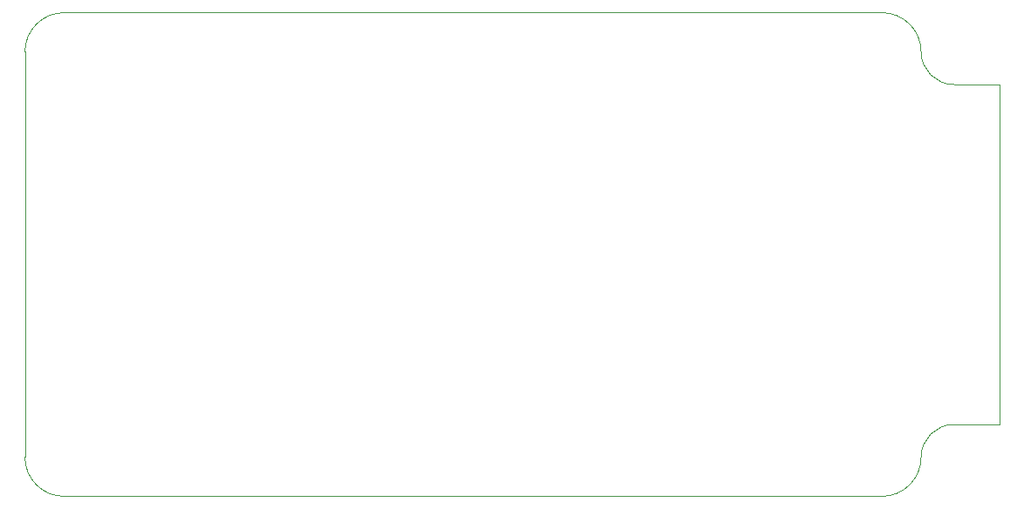
<source format=gbr>
G04 (created by PCBNEW (22-Jun-2014 BZR 4027)-stable) date Wed 13 Dec 2017 11:48:00 PM CST*
%MOIN*%
G04 Gerber Fmt 3.4, Leading zero omitted, Abs format*
%FSLAX34Y34*%
G01*
G70*
G90*
G04 APERTURE LIST*
%ADD10C,0.00590551*%
%ADD11C,0.00393701*%
G04 APERTURE END LIST*
G54D10*
G54D11*
X80500Y-61500D02*
X111750Y-61500D01*
X79000Y-44500D02*
X79000Y-60000D01*
X111750Y-43000D02*
X80500Y-43000D01*
X116250Y-45750D02*
X116250Y-46000D01*
X114500Y-45750D02*
X116250Y-45750D01*
X113250Y-44500D02*
G75*
G03X114500Y-45750I1250J0D01*
G74*
G01*
X116250Y-58750D02*
X116250Y-58500D01*
X114500Y-58750D02*
X116250Y-58750D01*
X114500Y-58750D02*
G75*
G03X113250Y-60000I0J-1250D01*
G74*
G01*
X116250Y-58500D02*
X116250Y-46000D01*
X79000Y-60000D02*
G75*
G03X80500Y-61500I1500J0D01*
G74*
G01*
X80500Y-43000D02*
G75*
G03X79000Y-44500I0J-1500D01*
G74*
G01*
X111750Y-61500D02*
G75*
G03X113250Y-60000I0J1500D01*
G74*
G01*
X113250Y-44500D02*
G75*
G03X111750Y-43000I-1500J0D01*
G74*
G01*
M02*

</source>
